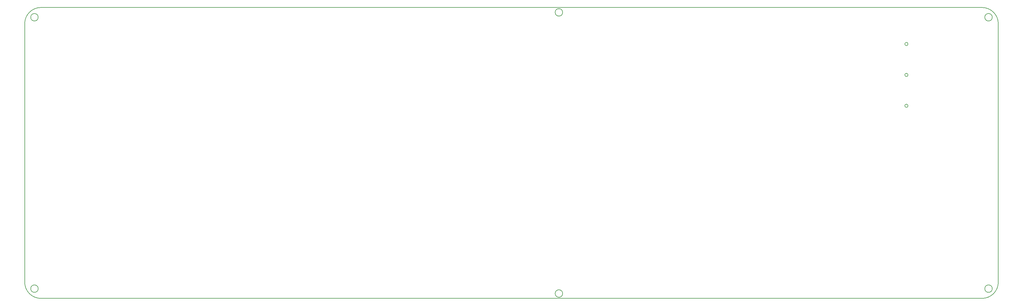
<source format=gm1>
G04 #@! TF.GenerationSoftware,KiCad,Pcbnew,(5.1.9)-1*
G04 #@! TF.CreationDate,2021-06-08T15:14:57-04:00*
G04 #@! TF.ProjectId,kastenwagen-48-bottom,6b617374-656e-4776-9167-656e2d34382d,rev?*
G04 #@! TF.SameCoordinates,Original*
G04 #@! TF.FileFunction,Profile,NP*
%FSLAX46Y46*%
G04 Gerber Fmt 4.6, Leading zero omitted, Abs format (unit mm)*
G04 Created by KiCad (PCBNEW (5.1.9)-1) date 2021-06-08 15:14:57*
%MOMM*%
%LPD*%
G01*
G04 APERTURE LIST*
G04 #@! TA.AperFunction,Profile*
%ADD10C,0.150000*%
G04 #@! TD*
G04 #@! TA.AperFunction,Profile*
%ADD11C,0.200000*%
G04 #@! TD*
G04 APERTURE END LIST*
D10*
X309000000Y-10000000D02*
G75*
G03*
X309000000Y-10000000I-1150000J0D01*
G01*
D11*
X310850000Y-91500000D02*
X310850000Y-12000000D01*
X310850000Y-91500000D02*
G75*
G02*
X305850000Y-96500000I-5000000J0D01*
G01*
X305850000Y-7000000D02*
G75*
G02*
X310850000Y-12000000I0J-5000000D01*
G01*
D10*
X309000000Y-93500000D02*
G75*
G03*
X309000000Y-93500000I-1150000J0D01*
G01*
D11*
X11500000Y-12000000D02*
G75*
G02*
X16500000Y-7000000I5000000J0D01*
G01*
X11500000Y-91500000D02*
X11500000Y-12000000D01*
X16500000Y-96500000D02*
G75*
G02*
X11500000Y-91500000I0J5000000D01*
G01*
X16500000Y-7000000D02*
X305850000Y-7000000D01*
X16500000Y-96500000D02*
X305850000Y-96500000D01*
D10*
X176900000Y-95000000D02*
G75*
G03*
X176900000Y-95000000I-1150000J0D01*
G01*
X15650000Y-93500000D02*
G75*
G03*
X15650000Y-93500000I-1150000J0D01*
G01*
X15650000Y-10000000D02*
G75*
G03*
X15650000Y-10000000I-1150000J0D01*
G01*
X176900000Y-8500000D02*
G75*
G03*
X176900000Y-8500000I-1150000J0D01*
G01*
D11*
X283100400Y-18236400D02*
G75*
G03*
X283100400Y-18236400I-500000J0D01*
G01*
X283100400Y-27736400D02*
G75*
G03*
X283100400Y-27736400I-500000J0D01*
G01*
X283100400Y-37236400D02*
G75*
G03*
X283100400Y-37236400I-500000J0D01*
G01*
M02*

</source>
